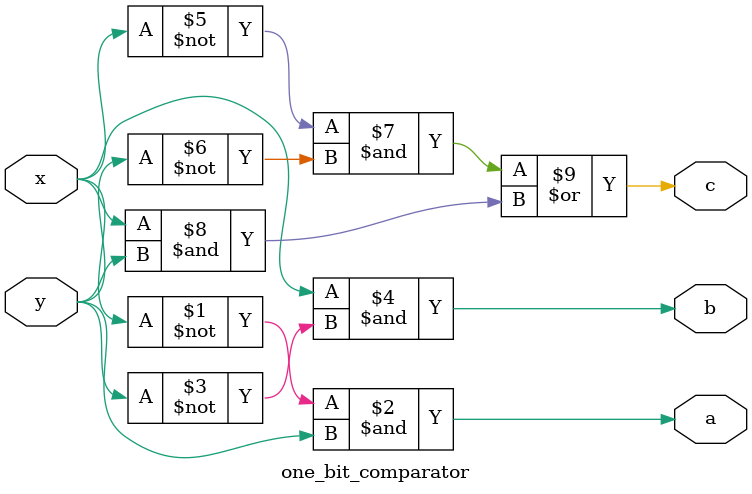
<source format=v>
module one_bit_comparator(a,b,c,x,y);
input x,y;
output a,b,c;

assign a= ~x&y;
assign b= x&~y;
assign c= (~x&~y)|(x&y);

endmodule


</source>
